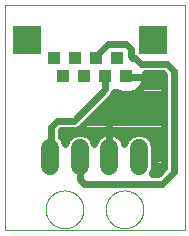
<source format=gtl>
G75*
%MOIN*%
%OFA0B0*%
%FSLAX25Y25*%
%IPPOS*%
%LPD*%
%AMOC8*
5,1,8,0,0,1.08239X$1,22.5*
%
%ADD10C,0.00000*%
%ADD11C,0.06000*%
%ADD12R,0.04000X0.04000*%
%ADD13R,0.09449X0.09449*%
%ADD14C,0.02400*%
%ADD15R,0.03569X0.03569*%
%ADD16R,0.03100X0.03100*%
%ADD17R,0.03962X0.03962*%
D10*
X0003167Y0002200D02*
X0003167Y0077161D01*
X0063367Y0077161D01*
X0063367Y0002200D01*
X0003167Y0002200D01*
X0016868Y0009200D02*
X0016870Y0009358D01*
X0016876Y0009516D01*
X0016886Y0009674D01*
X0016900Y0009832D01*
X0016918Y0009989D01*
X0016939Y0010146D01*
X0016965Y0010302D01*
X0016995Y0010458D01*
X0017028Y0010613D01*
X0017066Y0010766D01*
X0017107Y0010919D01*
X0017152Y0011071D01*
X0017201Y0011222D01*
X0017254Y0011371D01*
X0017310Y0011519D01*
X0017370Y0011665D01*
X0017434Y0011810D01*
X0017502Y0011953D01*
X0017573Y0012095D01*
X0017647Y0012235D01*
X0017725Y0012372D01*
X0017807Y0012508D01*
X0017891Y0012642D01*
X0017980Y0012773D01*
X0018071Y0012902D01*
X0018166Y0013029D01*
X0018263Y0013154D01*
X0018364Y0013276D01*
X0018468Y0013395D01*
X0018575Y0013512D01*
X0018685Y0013626D01*
X0018798Y0013737D01*
X0018913Y0013846D01*
X0019031Y0013951D01*
X0019152Y0014053D01*
X0019275Y0014153D01*
X0019401Y0014249D01*
X0019529Y0014342D01*
X0019659Y0014432D01*
X0019792Y0014518D01*
X0019927Y0014602D01*
X0020063Y0014681D01*
X0020202Y0014758D01*
X0020343Y0014830D01*
X0020485Y0014900D01*
X0020629Y0014965D01*
X0020775Y0015027D01*
X0020922Y0015085D01*
X0021071Y0015140D01*
X0021221Y0015191D01*
X0021372Y0015238D01*
X0021524Y0015281D01*
X0021677Y0015320D01*
X0021832Y0015356D01*
X0021987Y0015387D01*
X0022143Y0015415D01*
X0022299Y0015439D01*
X0022456Y0015459D01*
X0022614Y0015475D01*
X0022771Y0015487D01*
X0022930Y0015495D01*
X0023088Y0015499D01*
X0023246Y0015499D01*
X0023404Y0015495D01*
X0023563Y0015487D01*
X0023720Y0015475D01*
X0023878Y0015459D01*
X0024035Y0015439D01*
X0024191Y0015415D01*
X0024347Y0015387D01*
X0024502Y0015356D01*
X0024657Y0015320D01*
X0024810Y0015281D01*
X0024962Y0015238D01*
X0025113Y0015191D01*
X0025263Y0015140D01*
X0025412Y0015085D01*
X0025559Y0015027D01*
X0025705Y0014965D01*
X0025849Y0014900D01*
X0025991Y0014830D01*
X0026132Y0014758D01*
X0026271Y0014681D01*
X0026407Y0014602D01*
X0026542Y0014518D01*
X0026675Y0014432D01*
X0026805Y0014342D01*
X0026933Y0014249D01*
X0027059Y0014153D01*
X0027182Y0014053D01*
X0027303Y0013951D01*
X0027421Y0013846D01*
X0027536Y0013737D01*
X0027649Y0013626D01*
X0027759Y0013512D01*
X0027866Y0013395D01*
X0027970Y0013276D01*
X0028071Y0013154D01*
X0028168Y0013029D01*
X0028263Y0012902D01*
X0028354Y0012773D01*
X0028443Y0012642D01*
X0028527Y0012508D01*
X0028609Y0012372D01*
X0028687Y0012235D01*
X0028761Y0012095D01*
X0028832Y0011953D01*
X0028900Y0011810D01*
X0028964Y0011665D01*
X0029024Y0011519D01*
X0029080Y0011371D01*
X0029133Y0011222D01*
X0029182Y0011071D01*
X0029227Y0010919D01*
X0029268Y0010766D01*
X0029306Y0010613D01*
X0029339Y0010458D01*
X0029369Y0010302D01*
X0029395Y0010146D01*
X0029416Y0009989D01*
X0029434Y0009832D01*
X0029448Y0009674D01*
X0029458Y0009516D01*
X0029464Y0009358D01*
X0029466Y0009200D01*
X0029464Y0009042D01*
X0029458Y0008884D01*
X0029448Y0008726D01*
X0029434Y0008568D01*
X0029416Y0008411D01*
X0029395Y0008254D01*
X0029369Y0008098D01*
X0029339Y0007942D01*
X0029306Y0007787D01*
X0029268Y0007634D01*
X0029227Y0007481D01*
X0029182Y0007329D01*
X0029133Y0007178D01*
X0029080Y0007029D01*
X0029024Y0006881D01*
X0028964Y0006735D01*
X0028900Y0006590D01*
X0028832Y0006447D01*
X0028761Y0006305D01*
X0028687Y0006165D01*
X0028609Y0006028D01*
X0028527Y0005892D01*
X0028443Y0005758D01*
X0028354Y0005627D01*
X0028263Y0005498D01*
X0028168Y0005371D01*
X0028071Y0005246D01*
X0027970Y0005124D01*
X0027866Y0005005D01*
X0027759Y0004888D01*
X0027649Y0004774D01*
X0027536Y0004663D01*
X0027421Y0004554D01*
X0027303Y0004449D01*
X0027182Y0004347D01*
X0027059Y0004247D01*
X0026933Y0004151D01*
X0026805Y0004058D01*
X0026675Y0003968D01*
X0026542Y0003882D01*
X0026407Y0003798D01*
X0026271Y0003719D01*
X0026132Y0003642D01*
X0025991Y0003570D01*
X0025849Y0003500D01*
X0025705Y0003435D01*
X0025559Y0003373D01*
X0025412Y0003315D01*
X0025263Y0003260D01*
X0025113Y0003209D01*
X0024962Y0003162D01*
X0024810Y0003119D01*
X0024657Y0003080D01*
X0024502Y0003044D01*
X0024347Y0003013D01*
X0024191Y0002985D01*
X0024035Y0002961D01*
X0023878Y0002941D01*
X0023720Y0002925D01*
X0023563Y0002913D01*
X0023404Y0002905D01*
X0023246Y0002901D01*
X0023088Y0002901D01*
X0022930Y0002905D01*
X0022771Y0002913D01*
X0022614Y0002925D01*
X0022456Y0002941D01*
X0022299Y0002961D01*
X0022143Y0002985D01*
X0021987Y0003013D01*
X0021832Y0003044D01*
X0021677Y0003080D01*
X0021524Y0003119D01*
X0021372Y0003162D01*
X0021221Y0003209D01*
X0021071Y0003260D01*
X0020922Y0003315D01*
X0020775Y0003373D01*
X0020629Y0003435D01*
X0020485Y0003500D01*
X0020343Y0003570D01*
X0020202Y0003642D01*
X0020063Y0003719D01*
X0019927Y0003798D01*
X0019792Y0003882D01*
X0019659Y0003968D01*
X0019529Y0004058D01*
X0019401Y0004151D01*
X0019275Y0004247D01*
X0019152Y0004347D01*
X0019031Y0004449D01*
X0018913Y0004554D01*
X0018798Y0004663D01*
X0018685Y0004774D01*
X0018575Y0004888D01*
X0018468Y0005005D01*
X0018364Y0005124D01*
X0018263Y0005246D01*
X0018166Y0005371D01*
X0018071Y0005498D01*
X0017980Y0005627D01*
X0017891Y0005758D01*
X0017807Y0005892D01*
X0017725Y0006028D01*
X0017647Y0006165D01*
X0017573Y0006305D01*
X0017502Y0006447D01*
X0017434Y0006590D01*
X0017370Y0006735D01*
X0017310Y0006881D01*
X0017254Y0007029D01*
X0017201Y0007178D01*
X0017152Y0007329D01*
X0017107Y0007481D01*
X0017066Y0007634D01*
X0017028Y0007787D01*
X0016995Y0007942D01*
X0016965Y0008098D01*
X0016939Y0008254D01*
X0016918Y0008411D01*
X0016900Y0008568D01*
X0016886Y0008726D01*
X0016876Y0008884D01*
X0016870Y0009042D01*
X0016868Y0009200D01*
X0036868Y0009200D02*
X0036870Y0009358D01*
X0036876Y0009516D01*
X0036886Y0009674D01*
X0036900Y0009832D01*
X0036918Y0009989D01*
X0036939Y0010146D01*
X0036965Y0010302D01*
X0036995Y0010458D01*
X0037028Y0010613D01*
X0037066Y0010766D01*
X0037107Y0010919D01*
X0037152Y0011071D01*
X0037201Y0011222D01*
X0037254Y0011371D01*
X0037310Y0011519D01*
X0037370Y0011665D01*
X0037434Y0011810D01*
X0037502Y0011953D01*
X0037573Y0012095D01*
X0037647Y0012235D01*
X0037725Y0012372D01*
X0037807Y0012508D01*
X0037891Y0012642D01*
X0037980Y0012773D01*
X0038071Y0012902D01*
X0038166Y0013029D01*
X0038263Y0013154D01*
X0038364Y0013276D01*
X0038468Y0013395D01*
X0038575Y0013512D01*
X0038685Y0013626D01*
X0038798Y0013737D01*
X0038913Y0013846D01*
X0039031Y0013951D01*
X0039152Y0014053D01*
X0039275Y0014153D01*
X0039401Y0014249D01*
X0039529Y0014342D01*
X0039659Y0014432D01*
X0039792Y0014518D01*
X0039927Y0014602D01*
X0040063Y0014681D01*
X0040202Y0014758D01*
X0040343Y0014830D01*
X0040485Y0014900D01*
X0040629Y0014965D01*
X0040775Y0015027D01*
X0040922Y0015085D01*
X0041071Y0015140D01*
X0041221Y0015191D01*
X0041372Y0015238D01*
X0041524Y0015281D01*
X0041677Y0015320D01*
X0041832Y0015356D01*
X0041987Y0015387D01*
X0042143Y0015415D01*
X0042299Y0015439D01*
X0042456Y0015459D01*
X0042614Y0015475D01*
X0042771Y0015487D01*
X0042930Y0015495D01*
X0043088Y0015499D01*
X0043246Y0015499D01*
X0043404Y0015495D01*
X0043563Y0015487D01*
X0043720Y0015475D01*
X0043878Y0015459D01*
X0044035Y0015439D01*
X0044191Y0015415D01*
X0044347Y0015387D01*
X0044502Y0015356D01*
X0044657Y0015320D01*
X0044810Y0015281D01*
X0044962Y0015238D01*
X0045113Y0015191D01*
X0045263Y0015140D01*
X0045412Y0015085D01*
X0045559Y0015027D01*
X0045705Y0014965D01*
X0045849Y0014900D01*
X0045991Y0014830D01*
X0046132Y0014758D01*
X0046271Y0014681D01*
X0046407Y0014602D01*
X0046542Y0014518D01*
X0046675Y0014432D01*
X0046805Y0014342D01*
X0046933Y0014249D01*
X0047059Y0014153D01*
X0047182Y0014053D01*
X0047303Y0013951D01*
X0047421Y0013846D01*
X0047536Y0013737D01*
X0047649Y0013626D01*
X0047759Y0013512D01*
X0047866Y0013395D01*
X0047970Y0013276D01*
X0048071Y0013154D01*
X0048168Y0013029D01*
X0048263Y0012902D01*
X0048354Y0012773D01*
X0048443Y0012642D01*
X0048527Y0012508D01*
X0048609Y0012372D01*
X0048687Y0012235D01*
X0048761Y0012095D01*
X0048832Y0011953D01*
X0048900Y0011810D01*
X0048964Y0011665D01*
X0049024Y0011519D01*
X0049080Y0011371D01*
X0049133Y0011222D01*
X0049182Y0011071D01*
X0049227Y0010919D01*
X0049268Y0010766D01*
X0049306Y0010613D01*
X0049339Y0010458D01*
X0049369Y0010302D01*
X0049395Y0010146D01*
X0049416Y0009989D01*
X0049434Y0009832D01*
X0049448Y0009674D01*
X0049458Y0009516D01*
X0049464Y0009358D01*
X0049466Y0009200D01*
X0049464Y0009042D01*
X0049458Y0008884D01*
X0049448Y0008726D01*
X0049434Y0008568D01*
X0049416Y0008411D01*
X0049395Y0008254D01*
X0049369Y0008098D01*
X0049339Y0007942D01*
X0049306Y0007787D01*
X0049268Y0007634D01*
X0049227Y0007481D01*
X0049182Y0007329D01*
X0049133Y0007178D01*
X0049080Y0007029D01*
X0049024Y0006881D01*
X0048964Y0006735D01*
X0048900Y0006590D01*
X0048832Y0006447D01*
X0048761Y0006305D01*
X0048687Y0006165D01*
X0048609Y0006028D01*
X0048527Y0005892D01*
X0048443Y0005758D01*
X0048354Y0005627D01*
X0048263Y0005498D01*
X0048168Y0005371D01*
X0048071Y0005246D01*
X0047970Y0005124D01*
X0047866Y0005005D01*
X0047759Y0004888D01*
X0047649Y0004774D01*
X0047536Y0004663D01*
X0047421Y0004554D01*
X0047303Y0004449D01*
X0047182Y0004347D01*
X0047059Y0004247D01*
X0046933Y0004151D01*
X0046805Y0004058D01*
X0046675Y0003968D01*
X0046542Y0003882D01*
X0046407Y0003798D01*
X0046271Y0003719D01*
X0046132Y0003642D01*
X0045991Y0003570D01*
X0045849Y0003500D01*
X0045705Y0003435D01*
X0045559Y0003373D01*
X0045412Y0003315D01*
X0045263Y0003260D01*
X0045113Y0003209D01*
X0044962Y0003162D01*
X0044810Y0003119D01*
X0044657Y0003080D01*
X0044502Y0003044D01*
X0044347Y0003013D01*
X0044191Y0002985D01*
X0044035Y0002961D01*
X0043878Y0002941D01*
X0043720Y0002925D01*
X0043563Y0002913D01*
X0043404Y0002905D01*
X0043246Y0002901D01*
X0043088Y0002901D01*
X0042930Y0002905D01*
X0042771Y0002913D01*
X0042614Y0002925D01*
X0042456Y0002941D01*
X0042299Y0002961D01*
X0042143Y0002985D01*
X0041987Y0003013D01*
X0041832Y0003044D01*
X0041677Y0003080D01*
X0041524Y0003119D01*
X0041372Y0003162D01*
X0041221Y0003209D01*
X0041071Y0003260D01*
X0040922Y0003315D01*
X0040775Y0003373D01*
X0040629Y0003435D01*
X0040485Y0003500D01*
X0040343Y0003570D01*
X0040202Y0003642D01*
X0040063Y0003719D01*
X0039927Y0003798D01*
X0039792Y0003882D01*
X0039659Y0003968D01*
X0039529Y0004058D01*
X0039401Y0004151D01*
X0039275Y0004247D01*
X0039152Y0004347D01*
X0039031Y0004449D01*
X0038913Y0004554D01*
X0038798Y0004663D01*
X0038685Y0004774D01*
X0038575Y0004888D01*
X0038468Y0005005D01*
X0038364Y0005124D01*
X0038263Y0005246D01*
X0038166Y0005371D01*
X0038071Y0005498D01*
X0037980Y0005627D01*
X0037891Y0005758D01*
X0037807Y0005892D01*
X0037725Y0006028D01*
X0037647Y0006165D01*
X0037573Y0006305D01*
X0037502Y0006447D01*
X0037434Y0006590D01*
X0037370Y0006735D01*
X0037310Y0006881D01*
X0037254Y0007029D01*
X0037201Y0007178D01*
X0037152Y0007329D01*
X0037107Y0007481D01*
X0037066Y0007634D01*
X0037028Y0007787D01*
X0036995Y0007942D01*
X0036965Y0008098D01*
X0036939Y0008254D01*
X0036918Y0008411D01*
X0036900Y0008568D01*
X0036886Y0008726D01*
X0036876Y0008884D01*
X0036870Y0009042D01*
X0036868Y0009200D01*
X0035667Y0053700D02*
X0035669Y0053763D01*
X0035675Y0053825D01*
X0035685Y0053887D01*
X0035698Y0053949D01*
X0035716Y0054009D01*
X0035737Y0054068D01*
X0035762Y0054126D01*
X0035791Y0054182D01*
X0035823Y0054236D01*
X0035858Y0054288D01*
X0035896Y0054337D01*
X0035938Y0054385D01*
X0035982Y0054429D01*
X0036030Y0054471D01*
X0036079Y0054509D01*
X0036131Y0054544D01*
X0036185Y0054576D01*
X0036241Y0054605D01*
X0036299Y0054630D01*
X0036358Y0054651D01*
X0036418Y0054669D01*
X0036480Y0054682D01*
X0036542Y0054692D01*
X0036604Y0054698D01*
X0036667Y0054700D01*
X0036730Y0054698D01*
X0036792Y0054692D01*
X0036854Y0054682D01*
X0036916Y0054669D01*
X0036976Y0054651D01*
X0037035Y0054630D01*
X0037093Y0054605D01*
X0037149Y0054576D01*
X0037203Y0054544D01*
X0037255Y0054509D01*
X0037304Y0054471D01*
X0037352Y0054429D01*
X0037396Y0054385D01*
X0037438Y0054337D01*
X0037476Y0054288D01*
X0037511Y0054236D01*
X0037543Y0054182D01*
X0037572Y0054126D01*
X0037597Y0054068D01*
X0037618Y0054009D01*
X0037636Y0053949D01*
X0037649Y0053887D01*
X0037659Y0053825D01*
X0037665Y0053763D01*
X0037667Y0053700D01*
X0037665Y0053637D01*
X0037659Y0053575D01*
X0037649Y0053513D01*
X0037636Y0053451D01*
X0037618Y0053391D01*
X0037597Y0053332D01*
X0037572Y0053274D01*
X0037543Y0053218D01*
X0037511Y0053164D01*
X0037476Y0053112D01*
X0037438Y0053063D01*
X0037396Y0053015D01*
X0037352Y0052971D01*
X0037304Y0052929D01*
X0037255Y0052891D01*
X0037203Y0052856D01*
X0037149Y0052824D01*
X0037093Y0052795D01*
X0037035Y0052770D01*
X0036976Y0052749D01*
X0036916Y0052731D01*
X0036854Y0052718D01*
X0036792Y0052708D01*
X0036730Y0052702D01*
X0036667Y0052700D01*
X0036604Y0052702D01*
X0036542Y0052708D01*
X0036480Y0052718D01*
X0036418Y0052731D01*
X0036358Y0052749D01*
X0036299Y0052770D01*
X0036241Y0052795D01*
X0036185Y0052824D01*
X0036131Y0052856D01*
X0036079Y0052891D01*
X0036030Y0052929D01*
X0035982Y0052971D01*
X0035938Y0053015D01*
X0035896Y0053063D01*
X0035858Y0053112D01*
X0035823Y0053164D01*
X0035791Y0053218D01*
X0035762Y0053274D01*
X0035737Y0053332D01*
X0035716Y0053391D01*
X0035698Y0053451D01*
X0035685Y0053513D01*
X0035675Y0053575D01*
X0035669Y0053637D01*
X0035667Y0053700D01*
X0032667Y0059700D02*
X0032669Y0059763D01*
X0032675Y0059825D01*
X0032685Y0059887D01*
X0032698Y0059949D01*
X0032716Y0060009D01*
X0032737Y0060068D01*
X0032762Y0060126D01*
X0032791Y0060182D01*
X0032823Y0060236D01*
X0032858Y0060288D01*
X0032896Y0060337D01*
X0032938Y0060385D01*
X0032982Y0060429D01*
X0033030Y0060471D01*
X0033079Y0060509D01*
X0033131Y0060544D01*
X0033185Y0060576D01*
X0033241Y0060605D01*
X0033299Y0060630D01*
X0033358Y0060651D01*
X0033418Y0060669D01*
X0033480Y0060682D01*
X0033542Y0060692D01*
X0033604Y0060698D01*
X0033667Y0060700D01*
X0033730Y0060698D01*
X0033792Y0060692D01*
X0033854Y0060682D01*
X0033916Y0060669D01*
X0033976Y0060651D01*
X0034035Y0060630D01*
X0034093Y0060605D01*
X0034149Y0060576D01*
X0034203Y0060544D01*
X0034255Y0060509D01*
X0034304Y0060471D01*
X0034352Y0060429D01*
X0034396Y0060385D01*
X0034438Y0060337D01*
X0034476Y0060288D01*
X0034511Y0060236D01*
X0034543Y0060182D01*
X0034572Y0060126D01*
X0034597Y0060068D01*
X0034618Y0060009D01*
X0034636Y0059949D01*
X0034649Y0059887D01*
X0034659Y0059825D01*
X0034665Y0059763D01*
X0034667Y0059700D01*
X0034665Y0059637D01*
X0034659Y0059575D01*
X0034649Y0059513D01*
X0034636Y0059451D01*
X0034618Y0059391D01*
X0034597Y0059332D01*
X0034572Y0059274D01*
X0034543Y0059218D01*
X0034511Y0059164D01*
X0034476Y0059112D01*
X0034438Y0059063D01*
X0034396Y0059015D01*
X0034352Y0058971D01*
X0034304Y0058929D01*
X0034255Y0058891D01*
X0034203Y0058856D01*
X0034149Y0058824D01*
X0034093Y0058795D01*
X0034035Y0058770D01*
X0033976Y0058749D01*
X0033916Y0058731D01*
X0033854Y0058718D01*
X0033792Y0058708D01*
X0033730Y0058702D01*
X0033667Y0058700D01*
X0033604Y0058702D01*
X0033542Y0058708D01*
X0033480Y0058718D01*
X0033418Y0058731D01*
X0033358Y0058749D01*
X0033299Y0058770D01*
X0033241Y0058795D01*
X0033185Y0058824D01*
X0033131Y0058856D01*
X0033079Y0058891D01*
X0033030Y0058929D01*
X0032982Y0058971D01*
X0032938Y0059015D01*
X0032896Y0059063D01*
X0032858Y0059112D01*
X0032823Y0059164D01*
X0032791Y0059218D01*
X0032762Y0059274D01*
X0032737Y0059332D01*
X0032716Y0059391D01*
X0032698Y0059451D01*
X0032685Y0059513D01*
X0032675Y0059575D01*
X0032669Y0059637D01*
X0032667Y0059700D01*
X0028667Y0053700D02*
X0028669Y0053763D01*
X0028675Y0053825D01*
X0028685Y0053887D01*
X0028698Y0053949D01*
X0028716Y0054009D01*
X0028737Y0054068D01*
X0028762Y0054126D01*
X0028791Y0054182D01*
X0028823Y0054236D01*
X0028858Y0054288D01*
X0028896Y0054337D01*
X0028938Y0054385D01*
X0028982Y0054429D01*
X0029030Y0054471D01*
X0029079Y0054509D01*
X0029131Y0054544D01*
X0029185Y0054576D01*
X0029241Y0054605D01*
X0029299Y0054630D01*
X0029358Y0054651D01*
X0029418Y0054669D01*
X0029480Y0054682D01*
X0029542Y0054692D01*
X0029604Y0054698D01*
X0029667Y0054700D01*
X0029730Y0054698D01*
X0029792Y0054692D01*
X0029854Y0054682D01*
X0029916Y0054669D01*
X0029976Y0054651D01*
X0030035Y0054630D01*
X0030093Y0054605D01*
X0030149Y0054576D01*
X0030203Y0054544D01*
X0030255Y0054509D01*
X0030304Y0054471D01*
X0030352Y0054429D01*
X0030396Y0054385D01*
X0030438Y0054337D01*
X0030476Y0054288D01*
X0030511Y0054236D01*
X0030543Y0054182D01*
X0030572Y0054126D01*
X0030597Y0054068D01*
X0030618Y0054009D01*
X0030636Y0053949D01*
X0030649Y0053887D01*
X0030659Y0053825D01*
X0030665Y0053763D01*
X0030667Y0053700D01*
X0030665Y0053637D01*
X0030659Y0053575D01*
X0030649Y0053513D01*
X0030636Y0053451D01*
X0030618Y0053391D01*
X0030597Y0053332D01*
X0030572Y0053274D01*
X0030543Y0053218D01*
X0030511Y0053164D01*
X0030476Y0053112D01*
X0030438Y0053063D01*
X0030396Y0053015D01*
X0030352Y0052971D01*
X0030304Y0052929D01*
X0030255Y0052891D01*
X0030203Y0052856D01*
X0030149Y0052824D01*
X0030093Y0052795D01*
X0030035Y0052770D01*
X0029976Y0052749D01*
X0029916Y0052731D01*
X0029854Y0052718D01*
X0029792Y0052708D01*
X0029730Y0052702D01*
X0029667Y0052700D01*
X0029604Y0052702D01*
X0029542Y0052708D01*
X0029480Y0052718D01*
X0029418Y0052731D01*
X0029358Y0052749D01*
X0029299Y0052770D01*
X0029241Y0052795D01*
X0029185Y0052824D01*
X0029131Y0052856D01*
X0029079Y0052891D01*
X0029030Y0052929D01*
X0028982Y0052971D01*
X0028938Y0053015D01*
X0028896Y0053063D01*
X0028858Y0053112D01*
X0028823Y0053164D01*
X0028791Y0053218D01*
X0028762Y0053274D01*
X0028737Y0053332D01*
X0028716Y0053391D01*
X0028698Y0053451D01*
X0028685Y0053513D01*
X0028675Y0053575D01*
X0028669Y0053637D01*
X0028667Y0053700D01*
X0025667Y0059700D02*
X0025669Y0059763D01*
X0025675Y0059825D01*
X0025685Y0059887D01*
X0025698Y0059949D01*
X0025716Y0060009D01*
X0025737Y0060068D01*
X0025762Y0060126D01*
X0025791Y0060182D01*
X0025823Y0060236D01*
X0025858Y0060288D01*
X0025896Y0060337D01*
X0025938Y0060385D01*
X0025982Y0060429D01*
X0026030Y0060471D01*
X0026079Y0060509D01*
X0026131Y0060544D01*
X0026185Y0060576D01*
X0026241Y0060605D01*
X0026299Y0060630D01*
X0026358Y0060651D01*
X0026418Y0060669D01*
X0026480Y0060682D01*
X0026542Y0060692D01*
X0026604Y0060698D01*
X0026667Y0060700D01*
X0026730Y0060698D01*
X0026792Y0060692D01*
X0026854Y0060682D01*
X0026916Y0060669D01*
X0026976Y0060651D01*
X0027035Y0060630D01*
X0027093Y0060605D01*
X0027149Y0060576D01*
X0027203Y0060544D01*
X0027255Y0060509D01*
X0027304Y0060471D01*
X0027352Y0060429D01*
X0027396Y0060385D01*
X0027438Y0060337D01*
X0027476Y0060288D01*
X0027511Y0060236D01*
X0027543Y0060182D01*
X0027572Y0060126D01*
X0027597Y0060068D01*
X0027618Y0060009D01*
X0027636Y0059949D01*
X0027649Y0059887D01*
X0027659Y0059825D01*
X0027665Y0059763D01*
X0027667Y0059700D01*
X0027665Y0059637D01*
X0027659Y0059575D01*
X0027649Y0059513D01*
X0027636Y0059451D01*
X0027618Y0059391D01*
X0027597Y0059332D01*
X0027572Y0059274D01*
X0027543Y0059218D01*
X0027511Y0059164D01*
X0027476Y0059112D01*
X0027438Y0059063D01*
X0027396Y0059015D01*
X0027352Y0058971D01*
X0027304Y0058929D01*
X0027255Y0058891D01*
X0027203Y0058856D01*
X0027149Y0058824D01*
X0027093Y0058795D01*
X0027035Y0058770D01*
X0026976Y0058749D01*
X0026916Y0058731D01*
X0026854Y0058718D01*
X0026792Y0058708D01*
X0026730Y0058702D01*
X0026667Y0058700D01*
X0026604Y0058702D01*
X0026542Y0058708D01*
X0026480Y0058718D01*
X0026418Y0058731D01*
X0026358Y0058749D01*
X0026299Y0058770D01*
X0026241Y0058795D01*
X0026185Y0058824D01*
X0026131Y0058856D01*
X0026079Y0058891D01*
X0026030Y0058929D01*
X0025982Y0058971D01*
X0025938Y0059015D01*
X0025896Y0059063D01*
X0025858Y0059112D01*
X0025823Y0059164D01*
X0025791Y0059218D01*
X0025762Y0059274D01*
X0025737Y0059332D01*
X0025716Y0059391D01*
X0025698Y0059451D01*
X0025685Y0059513D01*
X0025675Y0059575D01*
X0025669Y0059637D01*
X0025667Y0059700D01*
X0021667Y0053700D02*
X0021669Y0053763D01*
X0021675Y0053825D01*
X0021685Y0053887D01*
X0021698Y0053949D01*
X0021716Y0054009D01*
X0021737Y0054068D01*
X0021762Y0054126D01*
X0021791Y0054182D01*
X0021823Y0054236D01*
X0021858Y0054288D01*
X0021896Y0054337D01*
X0021938Y0054385D01*
X0021982Y0054429D01*
X0022030Y0054471D01*
X0022079Y0054509D01*
X0022131Y0054544D01*
X0022185Y0054576D01*
X0022241Y0054605D01*
X0022299Y0054630D01*
X0022358Y0054651D01*
X0022418Y0054669D01*
X0022480Y0054682D01*
X0022542Y0054692D01*
X0022604Y0054698D01*
X0022667Y0054700D01*
X0022730Y0054698D01*
X0022792Y0054692D01*
X0022854Y0054682D01*
X0022916Y0054669D01*
X0022976Y0054651D01*
X0023035Y0054630D01*
X0023093Y0054605D01*
X0023149Y0054576D01*
X0023203Y0054544D01*
X0023255Y0054509D01*
X0023304Y0054471D01*
X0023352Y0054429D01*
X0023396Y0054385D01*
X0023438Y0054337D01*
X0023476Y0054288D01*
X0023511Y0054236D01*
X0023543Y0054182D01*
X0023572Y0054126D01*
X0023597Y0054068D01*
X0023618Y0054009D01*
X0023636Y0053949D01*
X0023649Y0053887D01*
X0023659Y0053825D01*
X0023665Y0053763D01*
X0023667Y0053700D01*
X0023665Y0053637D01*
X0023659Y0053575D01*
X0023649Y0053513D01*
X0023636Y0053451D01*
X0023618Y0053391D01*
X0023597Y0053332D01*
X0023572Y0053274D01*
X0023543Y0053218D01*
X0023511Y0053164D01*
X0023476Y0053112D01*
X0023438Y0053063D01*
X0023396Y0053015D01*
X0023352Y0052971D01*
X0023304Y0052929D01*
X0023255Y0052891D01*
X0023203Y0052856D01*
X0023149Y0052824D01*
X0023093Y0052795D01*
X0023035Y0052770D01*
X0022976Y0052749D01*
X0022916Y0052731D01*
X0022854Y0052718D01*
X0022792Y0052708D01*
X0022730Y0052702D01*
X0022667Y0052700D01*
X0022604Y0052702D01*
X0022542Y0052708D01*
X0022480Y0052718D01*
X0022418Y0052731D01*
X0022358Y0052749D01*
X0022299Y0052770D01*
X0022241Y0052795D01*
X0022185Y0052824D01*
X0022131Y0052856D01*
X0022079Y0052891D01*
X0022030Y0052929D01*
X0021982Y0052971D01*
X0021938Y0053015D01*
X0021896Y0053063D01*
X0021858Y0053112D01*
X0021823Y0053164D01*
X0021791Y0053218D01*
X0021762Y0053274D01*
X0021737Y0053332D01*
X0021716Y0053391D01*
X0021698Y0053451D01*
X0021685Y0053513D01*
X0021675Y0053575D01*
X0021669Y0053637D01*
X0021667Y0053700D01*
X0018667Y0059700D02*
X0018669Y0059763D01*
X0018675Y0059825D01*
X0018685Y0059887D01*
X0018698Y0059949D01*
X0018716Y0060009D01*
X0018737Y0060068D01*
X0018762Y0060126D01*
X0018791Y0060182D01*
X0018823Y0060236D01*
X0018858Y0060288D01*
X0018896Y0060337D01*
X0018938Y0060385D01*
X0018982Y0060429D01*
X0019030Y0060471D01*
X0019079Y0060509D01*
X0019131Y0060544D01*
X0019185Y0060576D01*
X0019241Y0060605D01*
X0019299Y0060630D01*
X0019358Y0060651D01*
X0019418Y0060669D01*
X0019480Y0060682D01*
X0019542Y0060692D01*
X0019604Y0060698D01*
X0019667Y0060700D01*
X0019730Y0060698D01*
X0019792Y0060692D01*
X0019854Y0060682D01*
X0019916Y0060669D01*
X0019976Y0060651D01*
X0020035Y0060630D01*
X0020093Y0060605D01*
X0020149Y0060576D01*
X0020203Y0060544D01*
X0020255Y0060509D01*
X0020304Y0060471D01*
X0020352Y0060429D01*
X0020396Y0060385D01*
X0020438Y0060337D01*
X0020476Y0060288D01*
X0020511Y0060236D01*
X0020543Y0060182D01*
X0020572Y0060126D01*
X0020597Y0060068D01*
X0020618Y0060009D01*
X0020636Y0059949D01*
X0020649Y0059887D01*
X0020659Y0059825D01*
X0020665Y0059763D01*
X0020667Y0059700D01*
X0020665Y0059637D01*
X0020659Y0059575D01*
X0020649Y0059513D01*
X0020636Y0059451D01*
X0020618Y0059391D01*
X0020597Y0059332D01*
X0020572Y0059274D01*
X0020543Y0059218D01*
X0020511Y0059164D01*
X0020476Y0059112D01*
X0020438Y0059063D01*
X0020396Y0059015D01*
X0020352Y0058971D01*
X0020304Y0058929D01*
X0020255Y0058891D01*
X0020203Y0058856D01*
X0020149Y0058824D01*
X0020093Y0058795D01*
X0020035Y0058770D01*
X0019976Y0058749D01*
X0019916Y0058731D01*
X0019854Y0058718D01*
X0019792Y0058708D01*
X0019730Y0058702D01*
X0019667Y0058700D01*
X0019604Y0058702D01*
X0019542Y0058708D01*
X0019480Y0058718D01*
X0019418Y0058731D01*
X0019358Y0058749D01*
X0019299Y0058770D01*
X0019241Y0058795D01*
X0019185Y0058824D01*
X0019131Y0058856D01*
X0019079Y0058891D01*
X0019030Y0058929D01*
X0018982Y0058971D01*
X0018938Y0059015D01*
X0018896Y0059063D01*
X0018858Y0059112D01*
X0018823Y0059164D01*
X0018791Y0059218D01*
X0018762Y0059274D01*
X0018737Y0059332D01*
X0018716Y0059391D01*
X0018698Y0059451D01*
X0018685Y0059513D01*
X0018675Y0059575D01*
X0018669Y0059637D01*
X0018667Y0059700D01*
X0006667Y0065700D02*
X0006669Y0065826D01*
X0006675Y0065952D01*
X0006685Y0066078D01*
X0006699Y0066204D01*
X0006717Y0066329D01*
X0006739Y0066453D01*
X0006764Y0066577D01*
X0006794Y0066700D01*
X0006827Y0066821D01*
X0006865Y0066942D01*
X0006906Y0067061D01*
X0006951Y0067180D01*
X0006999Y0067296D01*
X0007051Y0067411D01*
X0007107Y0067524D01*
X0007167Y0067636D01*
X0007230Y0067745D01*
X0007296Y0067853D01*
X0007365Y0067958D01*
X0007438Y0068061D01*
X0007515Y0068162D01*
X0007594Y0068260D01*
X0007676Y0068356D01*
X0007762Y0068449D01*
X0007850Y0068540D01*
X0007941Y0068627D01*
X0008035Y0068712D01*
X0008131Y0068793D01*
X0008230Y0068872D01*
X0008331Y0068947D01*
X0008435Y0069019D01*
X0008541Y0069088D01*
X0008649Y0069154D01*
X0008759Y0069216D01*
X0008871Y0069274D01*
X0008984Y0069329D01*
X0009100Y0069380D01*
X0009217Y0069428D01*
X0009335Y0069472D01*
X0009455Y0069512D01*
X0009576Y0069548D01*
X0009698Y0069581D01*
X0009821Y0069610D01*
X0009945Y0069634D01*
X0010069Y0069655D01*
X0010194Y0069672D01*
X0010320Y0069685D01*
X0010446Y0069694D01*
X0010572Y0069699D01*
X0010699Y0069700D01*
X0010825Y0069697D01*
X0010951Y0069690D01*
X0011077Y0069679D01*
X0011202Y0069664D01*
X0011327Y0069645D01*
X0011451Y0069622D01*
X0011575Y0069596D01*
X0011697Y0069565D01*
X0011819Y0069531D01*
X0011939Y0069492D01*
X0012058Y0069450D01*
X0012176Y0069405D01*
X0012292Y0069355D01*
X0012407Y0069302D01*
X0012519Y0069245D01*
X0012630Y0069185D01*
X0012739Y0069121D01*
X0012846Y0069054D01*
X0012951Y0068984D01*
X0013054Y0068910D01*
X0013154Y0068833D01*
X0013252Y0068753D01*
X0013347Y0068670D01*
X0013439Y0068584D01*
X0013529Y0068495D01*
X0013616Y0068403D01*
X0013699Y0068309D01*
X0013780Y0068212D01*
X0013858Y0068112D01*
X0013933Y0068010D01*
X0014004Y0067906D01*
X0014072Y0067799D01*
X0014136Y0067691D01*
X0014197Y0067580D01*
X0014255Y0067468D01*
X0014309Y0067354D01*
X0014359Y0067238D01*
X0014406Y0067121D01*
X0014449Y0067002D01*
X0014488Y0066882D01*
X0014524Y0066761D01*
X0014555Y0066638D01*
X0014583Y0066515D01*
X0014607Y0066391D01*
X0014627Y0066266D01*
X0014643Y0066141D01*
X0014655Y0066015D01*
X0014663Y0065889D01*
X0014667Y0065763D01*
X0014667Y0065637D01*
X0014663Y0065511D01*
X0014655Y0065385D01*
X0014643Y0065259D01*
X0014627Y0065134D01*
X0014607Y0065009D01*
X0014583Y0064885D01*
X0014555Y0064762D01*
X0014524Y0064639D01*
X0014488Y0064518D01*
X0014449Y0064398D01*
X0014406Y0064279D01*
X0014359Y0064162D01*
X0014309Y0064046D01*
X0014255Y0063932D01*
X0014197Y0063820D01*
X0014136Y0063709D01*
X0014072Y0063601D01*
X0014004Y0063494D01*
X0013933Y0063390D01*
X0013858Y0063288D01*
X0013780Y0063188D01*
X0013699Y0063091D01*
X0013616Y0062997D01*
X0013529Y0062905D01*
X0013439Y0062816D01*
X0013347Y0062730D01*
X0013252Y0062647D01*
X0013154Y0062567D01*
X0013054Y0062490D01*
X0012951Y0062416D01*
X0012846Y0062346D01*
X0012739Y0062279D01*
X0012630Y0062215D01*
X0012519Y0062155D01*
X0012407Y0062098D01*
X0012292Y0062045D01*
X0012176Y0061995D01*
X0012058Y0061950D01*
X0011939Y0061908D01*
X0011819Y0061869D01*
X0011697Y0061835D01*
X0011575Y0061804D01*
X0011451Y0061778D01*
X0011327Y0061755D01*
X0011202Y0061736D01*
X0011077Y0061721D01*
X0010951Y0061710D01*
X0010825Y0061703D01*
X0010699Y0061700D01*
X0010572Y0061701D01*
X0010446Y0061706D01*
X0010320Y0061715D01*
X0010194Y0061728D01*
X0010069Y0061745D01*
X0009945Y0061766D01*
X0009821Y0061790D01*
X0009698Y0061819D01*
X0009576Y0061852D01*
X0009455Y0061888D01*
X0009335Y0061928D01*
X0009217Y0061972D01*
X0009100Y0062020D01*
X0008984Y0062071D01*
X0008871Y0062126D01*
X0008759Y0062184D01*
X0008649Y0062246D01*
X0008541Y0062312D01*
X0008435Y0062381D01*
X0008331Y0062453D01*
X0008230Y0062528D01*
X0008131Y0062607D01*
X0008035Y0062688D01*
X0007941Y0062773D01*
X0007850Y0062860D01*
X0007762Y0062951D01*
X0007676Y0063044D01*
X0007594Y0063140D01*
X0007515Y0063238D01*
X0007438Y0063339D01*
X0007365Y0063442D01*
X0007296Y0063547D01*
X0007230Y0063655D01*
X0007167Y0063764D01*
X0007107Y0063876D01*
X0007051Y0063989D01*
X0006999Y0064104D01*
X0006951Y0064220D01*
X0006906Y0064339D01*
X0006865Y0064458D01*
X0006827Y0064579D01*
X0006794Y0064700D01*
X0006764Y0064823D01*
X0006739Y0064947D01*
X0006717Y0065071D01*
X0006699Y0065196D01*
X0006685Y0065322D01*
X0006675Y0065448D01*
X0006669Y0065574D01*
X0006667Y0065700D01*
X0039667Y0059700D02*
X0039669Y0059763D01*
X0039675Y0059825D01*
X0039685Y0059887D01*
X0039698Y0059949D01*
X0039716Y0060009D01*
X0039737Y0060068D01*
X0039762Y0060126D01*
X0039791Y0060182D01*
X0039823Y0060236D01*
X0039858Y0060288D01*
X0039896Y0060337D01*
X0039938Y0060385D01*
X0039982Y0060429D01*
X0040030Y0060471D01*
X0040079Y0060509D01*
X0040131Y0060544D01*
X0040185Y0060576D01*
X0040241Y0060605D01*
X0040299Y0060630D01*
X0040358Y0060651D01*
X0040418Y0060669D01*
X0040480Y0060682D01*
X0040542Y0060692D01*
X0040604Y0060698D01*
X0040667Y0060700D01*
X0040730Y0060698D01*
X0040792Y0060692D01*
X0040854Y0060682D01*
X0040916Y0060669D01*
X0040976Y0060651D01*
X0041035Y0060630D01*
X0041093Y0060605D01*
X0041149Y0060576D01*
X0041203Y0060544D01*
X0041255Y0060509D01*
X0041304Y0060471D01*
X0041352Y0060429D01*
X0041396Y0060385D01*
X0041438Y0060337D01*
X0041476Y0060288D01*
X0041511Y0060236D01*
X0041543Y0060182D01*
X0041572Y0060126D01*
X0041597Y0060068D01*
X0041618Y0060009D01*
X0041636Y0059949D01*
X0041649Y0059887D01*
X0041659Y0059825D01*
X0041665Y0059763D01*
X0041667Y0059700D01*
X0041665Y0059637D01*
X0041659Y0059575D01*
X0041649Y0059513D01*
X0041636Y0059451D01*
X0041618Y0059391D01*
X0041597Y0059332D01*
X0041572Y0059274D01*
X0041543Y0059218D01*
X0041511Y0059164D01*
X0041476Y0059112D01*
X0041438Y0059063D01*
X0041396Y0059015D01*
X0041352Y0058971D01*
X0041304Y0058929D01*
X0041255Y0058891D01*
X0041203Y0058856D01*
X0041149Y0058824D01*
X0041093Y0058795D01*
X0041035Y0058770D01*
X0040976Y0058749D01*
X0040916Y0058731D01*
X0040854Y0058718D01*
X0040792Y0058708D01*
X0040730Y0058702D01*
X0040667Y0058700D01*
X0040604Y0058702D01*
X0040542Y0058708D01*
X0040480Y0058718D01*
X0040418Y0058731D01*
X0040358Y0058749D01*
X0040299Y0058770D01*
X0040241Y0058795D01*
X0040185Y0058824D01*
X0040131Y0058856D01*
X0040079Y0058891D01*
X0040030Y0058929D01*
X0039982Y0058971D01*
X0039938Y0059015D01*
X0039896Y0059063D01*
X0039858Y0059112D01*
X0039823Y0059164D01*
X0039791Y0059218D01*
X0039762Y0059274D01*
X0039737Y0059332D01*
X0039716Y0059391D01*
X0039698Y0059451D01*
X0039685Y0059513D01*
X0039675Y0059575D01*
X0039669Y0059637D01*
X0039667Y0059700D01*
X0042667Y0053700D02*
X0042669Y0053763D01*
X0042675Y0053825D01*
X0042685Y0053887D01*
X0042698Y0053949D01*
X0042716Y0054009D01*
X0042737Y0054068D01*
X0042762Y0054126D01*
X0042791Y0054182D01*
X0042823Y0054236D01*
X0042858Y0054288D01*
X0042896Y0054337D01*
X0042938Y0054385D01*
X0042982Y0054429D01*
X0043030Y0054471D01*
X0043079Y0054509D01*
X0043131Y0054544D01*
X0043185Y0054576D01*
X0043241Y0054605D01*
X0043299Y0054630D01*
X0043358Y0054651D01*
X0043418Y0054669D01*
X0043480Y0054682D01*
X0043542Y0054692D01*
X0043604Y0054698D01*
X0043667Y0054700D01*
X0043730Y0054698D01*
X0043792Y0054692D01*
X0043854Y0054682D01*
X0043916Y0054669D01*
X0043976Y0054651D01*
X0044035Y0054630D01*
X0044093Y0054605D01*
X0044149Y0054576D01*
X0044203Y0054544D01*
X0044255Y0054509D01*
X0044304Y0054471D01*
X0044352Y0054429D01*
X0044396Y0054385D01*
X0044438Y0054337D01*
X0044476Y0054288D01*
X0044511Y0054236D01*
X0044543Y0054182D01*
X0044572Y0054126D01*
X0044597Y0054068D01*
X0044618Y0054009D01*
X0044636Y0053949D01*
X0044649Y0053887D01*
X0044659Y0053825D01*
X0044665Y0053763D01*
X0044667Y0053700D01*
X0044665Y0053637D01*
X0044659Y0053575D01*
X0044649Y0053513D01*
X0044636Y0053451D01*
X0044618Y0053391D01*
X0044597Y0053332D01*
X0044572Y0053274D01*
X0044543Y0053218D01*
X0044511Y0053164D01*
X0044476Y0053112D01*
X0044438Y0053063D01*
X0044396Y0053015D01*
X0044352Y0052971D01*
X0044304Y0052929D01*
X0044255Y0052891D01*
X0044203Y0052856D01*
X0044149Y0052824D01*
X0044093Y0052795D01*
X0044035Y0052770D01*
X0043976Y0052749D01*
X0043916Y0052731D01*
X0043854Y0052718D01*
X0043792Y0052708D01*
X0043730Y0052702D01*
X0043667Y0052700D01*
X0043604Y0052702D01*
X0043542Y0052708D01*
X0043480Y0052718D01*
X0043418Y0052731D01*
X0043358Y0052749D01*
X0043299Y0052770D01*
X0043241Y0052795D01*
X0043185Y0052824D01*
X0043131Y0052856D01*
X0043079Y0052891D01*
X0043030Y0052929D01*
X0042982Y0052971D01*
X0042938Y0053015D01*
X0042896Y0053063D01*
X0042858Y0053112D01*
X0042823Y0053164D01*
X0042791Y0053218D01*
X0042762Y0053274D01*
X0042737Y0053332D01*
X0042716Y0053391D01*
X0042698Y0053451D01*
X0042685Y0053513D01*
X0042675Y0053575D01*
X0042669Y0053637D01*
X0042667Y0053700D01*
X0048667Y0065700D02*
X0048669Y0065826D01*
X0048675Y0065952D01*
X0048685Y0066078D01*
X0048699Y0066204D01*
X0048717Y0066329D01*
X0048739Y0066453D01*
X0048764Y0066577D01*
X0048794Y0066700D01*
X0048827Y0066821D01*
X0048865Y0066942D01*
X0048906Y0067061D01*
X0048951Y0067180D01*
X0048999Y0067296D01*
X0049051Y0067411D01*
X0049107Y0067524D01*
X0049167Y0067636D01*
X0049230Y0067745D01*
X0049296Y0067853D01*
X0049365Y0067958D01*
X0049438Y0068061D01*
X0049515Y0068162D01*
X0049594Y0068260D01*
X0049676Y0068356D01*
X0049762Y0068449D01*
X0049850Y0068540D01*
X0049941Y0068627D01*
X0050035Y0068712D01*
X0050131Y0068793D01*
X0050230Y0068872D01*
X0050331Y0068947D01*
X0050435Y0069019D01*
X0050541Y0069088D01*
X0050649Y0069154D01*
X0050759Y0069216D01*
X0050871Y0069274D01*
X0050984Y0069329D01*
X0051100Y0069380D01*
X0051217Y0069428D01*
X0051335Y0069472D01*
X0051455Y0069512D01*
X0051576Y0069548D01*
X0051698Y0069581D01*
X0051821Y0069610D01*
X0051945Y0069634D01*
X0052069Y0069655D01*
X0052194Y0069672D01*
X0052320Y0069685D01*
X0052446Y0069694D01*
X0052572Y0069699D01*
X0052699Y0069700D01*
X0052825Y0069697D01*
X0052951Y0069690D01*
X0053077Y0069679D01*
X0053202Y0069664D01*
X0053327Y0069645D01*
X0053451Y0069622D01*
X0053575Y0069596D01*
X0053697Y0069565D01*
X0053819Y0069531D01*
X0053939Y0069492D01*
X0054058Y0069450D01*
X0054176Y0069405D01*
X0054292Y0069355D01*
X0054407Y0069302D01*
X0054519Y0069245D01*
X0054630Y0069185D01*
X0054739Y0069121D01*
X0054846Y0069054D01*
X0054951Y0068984D01*
X0055054Y0068910D01*
X0055154Y0068833D01*
X0055252Y0068753D01*
X0055347Y0068670D01*
X0055439Y0068584D01*
X0055529Y0068495D01*
X0055616Y0068403D01*
X0055699Y0068309D01*
X0055780Y0068212D01*
X0055858Y0068112D01*
X0055933Y0068010D01*
X0056004Y0067906D01*
X0056072Y0067799D01*
X0056136Y0067691D01*
X0056197Y0067580D01*
X0056255Y0067468D01*
X0056309Y0067354D01*
X0056359Y0067238D01*
X0056406Y0067121D01*
X0056449Y0067002D01*
X0056488Y0066882D01*
X0056524Y0066761D01*
X0056555Y0066638D01*
X0056583Y0066515D01*
X0056607Y0066391D01*
X0056627Y0066266D01*
X0056643Y0066141D01*
X0056655Y0066015D01*
X0056663Y0065889D01*
X0056667Y0065763D01*
X0056667Y0065637D01*
X0056663Y0065511D01*
X0056655Y0065385D01*
X0056643Y0065259D01*
X0056627Y0065134D01*
X0056607Y0065009D01*
X0056583Y0064885D01*
X0056555Y0064762D01*
X0056524Y0064639D01*
X0056488Y0064518D01*
X0056449Y0064398D01*
X0056406Y0064279D01*
X0056359Y0064162D01*
X0056309Y0064046D01*
X0056255Y0063932D01*
X0056197Y0063820D01*
X0056136Y0063709D01*
X0056072Y0063601D01*
X0056004Y0063494D01*
X0055933Y0063390D01*
X0055858Y0063288D01*
X0055780Y0063188D01*
X0055699Y0063091D01*
X0055616Y0062997D01*
X0055529Y0062905D01*
X0055439Y0062816D01*
X0055347Y0062730D01*
X0055252Y0062647D01*
X0055154Y0062567D01*
X0055054Y0062490D01*
X0054951Y0062416D01*
X0054846Y0062346D01*
X0054739Y0062279D01*
X0054630Y0062215D01*
X0054519Y0062155D01*
X0054407Y0062098D01*
X0054292Y0062045D01*
X0054176Y0061995D01*
X0054058Y0061950D01*
X0053939Y0061908D01*
X0053819Y0061869D01*
X0053697Y0061835D01*
X0053575Y0061804D01*
X0053451Y0061778D01*
X0053327Y0061755D01*
X0053202Y0061736D01*
X0053077Y0061721D01*
X0052951Y0061710D01*
X0052825Y0061703D01*
X0052699Y0061700D01*
X0052572Y0061701D01*
X0052446Y0061706D01*
X0052320Y0061715D01*
X0052194Y0061728D01*
X0052069Y0061745D01*
X0051945Y0061766D01*
X0051821Y0061790D01*
X0051698Y0061819D01*
X0051576Y0061852D01*
X0051455Y0061888D01*
X0051335Y0061928D01*
X0051217Y0061972D01*
X0051100Y0062020D01*
X0050984Y0062071D01*
X0050871Y0062126D01*
X0050759Y0062184D01*
X0050649Y0062246D01*
X0050541Y0062312D01*
X0050435Y0062381D01*
X0050331Y0062453D01*
X0050230Y0062528D01*
X0050131Y0062607D01*
X0050035Y0062688D01*
X0049941Y0062773D01*
X0049850Y0062860D01*
X0049762Y0062951D01*
X0049676Y0063044D01*
X0049594Y0063140D01*
X0049515Y0063238D01*
X0049438Y0063339D01*
X0049365Y0063442D01*
X0049296Y0063547D01*
X0049230Y0063655D01*
X0049167Y0063764D01*
X0049107Y0063876D01*
X0049051Y0063989D01*
X0048999Y0064104D01*
X0048951Y0064220D01*
X0048906Y0064339D01*
X0048865Y0064458D01*
X0048827Y0064579D01*
X0048794Y0064700D01*
X0048764Y0064823D01*
X0048739Y0064947D01*
X0048717Y0065071D01*
X0048699Y0065196D01*
X0048685Y0065322D01*
X0048675Y0065448D01*
X0048669Y0065574D01*
X0048667Y0065700D01*
D11*
X0047930Y0029700D02*
X0047930Y0023700D01*
X0038088Y0023700D02*
X0038088Y0029700D01*
X0028245Y0029700D02*
X0028245Y0023700D01*
X0018403Y0023700D02*
X0018403Y0029700D01*
D12*
X0022667Y0053700D03*
X0019667Y0059700D03*
X0026667Y0059700D03*
X0029667Y0053700D03*
X0033667Y0059700D03*
X0036667Y0053700D03*
X0040667Y0059700D03*
X0043667Y0053700D03*
D13*
X0052667Y0065700D03*
X0010667Y0065700D03*
D14*
X0032568Y0040576D02*
X0056467Y0040576D01*
X0056467Y0038178D02*
X0030170Y0038178D01*
X0028879Y0036887D02*
X0039379Y0047387D01*
X0039742Y0048263D01*
X0040167Y0048439D01*
X0042433Y0047500D01*
X0044900Y0047500D01*
X0047179Y0048444D01*
X0048923Y0050188D01*
X0049867Y0052467D01*
X0049867Y0054500D01*
X0055841Y0054500D01*
X0056467Y0053875D01*
X0056467Y0023025D01*
X0054341Y0020900D01*
X0052183Y0020900D01*
X0052930Y0022705D01*
X0052930Y0030695D01*
X0052169Y0032532D01*
X0050763Y0033939D01*
X0048925Y0034700D01*
X0046936Y0034700D01*
X0045098Y0033939D01*
X0043692Y0032532D01*
X0043100Y0031103D01*
X0042907Y0031696D01*
X0042535Y0032425D01*
X0042054Y0033088D01*
X0041475Y0033666D01*
X0040813Y0034147D01*
X0040084Y0034519D01*
X0039306Y0034772D01*
X0038497Y0034900D01*
X0038088Y0034900D01*
X0038088Y0026700D01*
X0038088Y0034700D01*
X0052167Y0034700D01*
X0051321Y0033381D02*
X0056467Y0033381D01*
X0056467Y0035779D02*
X0027477Y0035779D01*
X0027979Y0035987D02*
X0026803Y0035500D01*
X0021992Y0035500D01*
X0021867Y0035375D01*
X0021867Y0033307D01*
X0022642Y0032532D01*
X0023324Y0030885D01*
X0024007Y0032532D01*
X0025413Y0033939D01*
X0027251Y0034700D01*
X0029240Y0034700D01*
X0031078Y0033939D01*
X0032484Y0032532D01*
X0033076Y0031103D01*
X0033269Y0031696D01*
X0033640Y0032425D01*
X0034122Y0033088D01*
X0034700Y0033666D01*
X0035363Y0034147D01*
X0036092Y0034519D01*
X0036870Y0034772D01*
X0037679Y0034900D01*
X0038088Y0034900D01*
X0038088Y0026700D01*
X0038088Y0026700D01*
X0038088Y0028584D02*
X0038088Y0028584D01*
X0038088Y0030982D02*
X0038088Y0030982D01*
X0038088Y0033381D02*
X0038088Y0033381D01*
X0038088Y0034700D02*
X0038088Y0042279D01*
X0037667Y0042700D01*
X0037365Y0045373D02*
X0056467Y0045373D01*
X0056467Y0042975D02*
X0034967Y0042975D01*
X0036667Y0049200D02*
X0026167Y0038700D01*
X0020667Y0038700D01*
X0018667Y0036700D01*
X0018667Y0026964D01*
X0018403Y0026700D01*
X0023284Y0030982D02*
X0023365Y0030982D01*
X0024855Y0033381D02*
X0021867Y0033381D01*
X0027979Y0035987D02*
X0028879Y0036887D01*
X0031636Y0033381D02*
X0034415Y0033381D01*
X0028245Y0026700D02*
X0028167Y0026621D01*
X0028167Y0019200D01*
X0029667Y0017700D01*
X0055667Y0017700D01*
X0059667Y0021700D01*
X0059667Y0055200D01*
X0057167Y0057700D01*
X0048667Y0057700D01*
X0046667Y0059700D01*
X0045667Y0059700D01*
X0045167Y0060200D01*
X0045167Y0062700D01*
X0043667Y0064200D01*
X0037667Y0064200D01*
X0033667Y0060200D01*
X0033667Y0059700D01*
X0036667Y0053700D02*
X0036667Y0049200D01*
X0039539Y0047772D02*
X0041777Y0047772D01*
X0045556Y0047772D02*
X0056467Y0047772D01*
X0056467Y0050170D02*
X0048905Y0050170D01*
X0049867Y0052569D02*
X0056467Y0052569D01*
X0052667Y0053200D02*
X0044167Y0053200D01*
X0043667Y0053700D01*
X0044540Y0033381D02*
X0041761Y0033381D01*
X0052811Y0030982D02*
X0056467Y0030982D01*
X0056467Y0028584D02*
X0052930Y0028584D01*
X0052930Y0026185D02*
X0056467Y0026185D01*
X0056467Y0023787D02*
X0052930Y0023787D01*
X0052385Y0021388D02*
X0054829Y0021388D01*
D15*
X0037667Y0042700D03*
D16*
X0052167Y0034700D03*
D17*
X0052667Y0053200D03*
M02*

</source>
